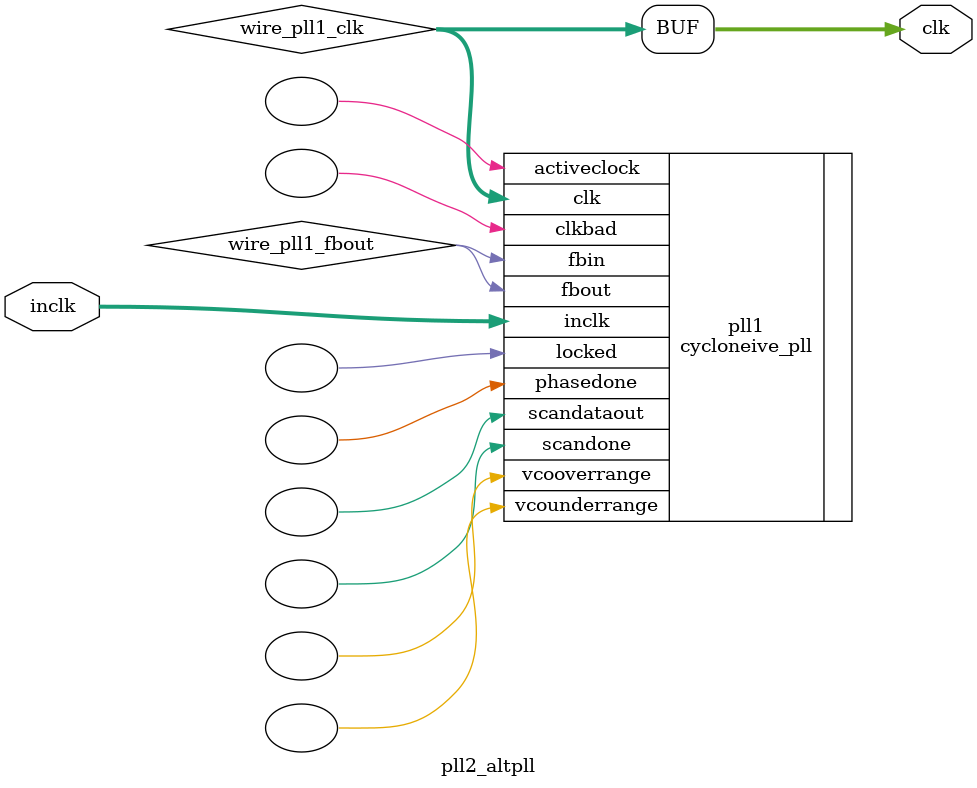
<source format=v>






//synthesis_resources = cycloneive_pll 1 
//synopsys translate_off
`timescale 1 ps / 1 ps
//synopsys translate_on
module  pll2_altpll
	( 
	clk,
	inclk) /* synthesis synthesis_clearbox=1 */;
	output   [4:0]  clk;
	input   [1:0]  inclk;
`ifndef ALTERA_RESERVED_QIS
// synopsys translate_off
`endif
	tri0   [1:0]  inclk;
`ifndef ALTERA_RESERVED_QIS
// synopsys translate_on
`endif

	wire  [4:0]   wire_pll1_clk;
	wire  wire_pll1_fbout;

	cycloneive_pll   pll1
	( 
	.activeclock(),
	.clk(wire_pll1_clk),
	.clkbad(),
	.fbin(wire_pll1_fbout),
	.fbout(wire_pll1_fbout),
	.inclk(inclk),
	.locked(),
	.phasedone(),
	.scandataout(),
	.scandone(),
	.vcooverrange(),
	.vcounderrange()
	`ifndef FORMAL_VERIFICATION
	// synopsys translate_off
	`endif
	,
	.areset(1'b0),
	.clkswitch(1'b0),
	.configupdate(1'b0),
	.pfdena(1'b1),
	.phasecounterselect({3{1'b0}}),
	.phasestep(1'b0),
	.phaseupdown(1'b0),
	.scanclk(1'b0),
	.scanclkena(1'b1),
	.scandata(1'b0)
	`ifndef FORMAL_VERIFICATION
	// synopsys translate_on
	`endif
	);
	defparam
		pll1.bandwidth_type = "auto",
		pll1.clk0_divide_by = 125,
		pll1.clk0_duty_cycle = 50,
		pll1.clk0_multiply_by = 63,
		pll1.clk0_phase_shift = "0",
		pll1.clk1_divide_by = 25,
		pll1.clk1_duty_cycle = 50,
		pll1.clk1_multiply_by = 63,
		pll1.clk1_phase_shift = "0",
		pll1.compensate_clock = "clk0",
		pll1.inclk0_input_frequency = 20000,
		pll1.operation_mode = "normal",
		pll1.pll_type = "auto",
		pll1.lpm_type = "cycloneive_pll";
	assign
		clk = {wire_pll1_clk[4:0]};
endmodule //pll2_altpll
//VALID FILE

</source>
